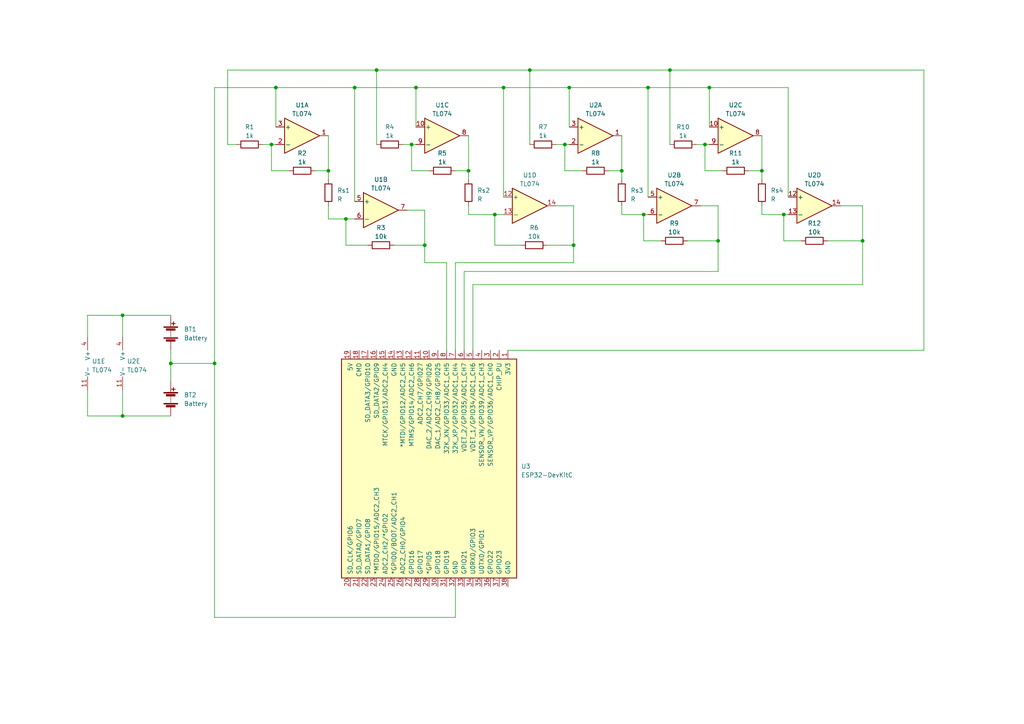
<source format=kicad_sch>
(kicad_sch (version 20230121) (generator eeschema)
  (paper "A4")
  (lib_symbols
    (symbol "Amplifier_Operational:TL074" (pin_names (offset 0.127))
      (property "Reference" "U" (at 0 5.08 0))
      (property "Value" "TL074" (at 0 -5.08 0))
      (symbol "TL074_1_1"
        (polyline (pts (xy -5.08 5.08) (xy 5.08 0) (xy -5.08 -5.08) (xy -5.08 5.08)) (stroke (width 0.254)) (fill (type background)))
        (pin output line (at 7.62 0 180) (length 2.54) (name "~") (number "1"))
        (pin input line (at -7.62 -2.54 0) (length 2.54) (name "-") (number "2"))
        (pin input line (at -7.62 2.54 0) (length 2.54) (name "+") (number "3"))
      )
      (symbol "TL074_2_1"
        (polyline (pts (xy -5.08 5.08) (xy 5.08 0) (xy -5.08 -5.08) (xy -5.08 5.08)) (stroke (width 0.254)) (fill (type background)))
        (pin input line (at -7.62 2.54 0) (length 2.54) (name "+") (number "5"))
        (pin input line (at -7.62 -2.54 0) (length 2.54) (name "-") (number "6"))
        (pin output line (at 7.62 0 180) (length 2.54) (name "~") (number "7"))
      )
      (symbol "TL074_3_1"
        (polyline (pts (xy -5.08 5.08) (xy 5.08 0) (xy -5.08 -5.08) (xy -5.08 5.08)) (stroke (width 0.254)) (fill (type background)))
        (pin input line (at -7.62 2.54 0) (length 2.54) (name "+") (number "10"))
        (pin output line (at 7.62 0 180) (length 2.54) (name "~") (number "8"))
        (pin input line (at -7.62 -2.54 0) (length 2.54) (name "-") (number "9"))
      )
      (symbol "TL074_4_1"
        (polyline (pts (xy -5.08 5.08) (xy 5.08 0) (xy -5.08 -5.08) (xy -5.08 5.08)) (stroke (width 0.254)) (fill (type background)))
        (pin input line (at -7.62 2.54 0) (length 2.54) (name "+") (number "12"))
        (pin input line (at -7.62 -2.54 0) (length 2.54) (name "-") (number "13"))
        (pin output line (at 7.62 0 180) (length 2.54) (name "~") (number "14"))
      )
      (symbol "TL074_5_1"
        (pin power_in line (at -2.54 -7.62 90) (length 3.81) (name "V-") (number "11"))
        (pin power_in line (at -2.54 7.62 270) (length 3.81) (name "V+") (number "4"))
      )
    )
    (symbol "Device:Battery" (pin_numbers hide) (pin_names (offset 0) hide)
      (property "Reference" "BT" (at 2.54 2.54 0))
      (property "Value" "Battery" (at 2.54 0 0))
      (symbol "Battery_0_1"
        (rectangle (start -2.032 -1.397) (end 2.032 -1.651) (fill (type outline)))
        (rectangle (start -2.032 1.778) (end 2.032 1.524) (fill (type outline)))
        (rectangle (start -1.3208 -1.9812) (end 1.27 -2.4892) (fill (type outline)))
        (rectangle (start -1.3208 1.1938) (end 1.27 0.6858) (fill (type outline)))
        (polyline (pts (xy 0 -1.524) (xy 0 -1.27)))
        (polyline (pts (xy 0 -1.016) (xy 0 -0.762)))
        (polyline (pts (xy 0 -0.508) (xy 0 -0.254)))
        (polyline (pts (xy 0 0) (xy 0 0.254)))
        (polyline (pts (xy 0 0.508) (xy 0 0.762)))
        (polyline (pts (xy 0 1.778) (xy 0 2.54)))
        (polyline (pts (xy 0.254 2.667) (xy 1.27 2.667)) (stroke (width 0.254)))
        (polyline (pts (xy 0.762 3.175) (xy 0.762 2.159)) (stroke (width 0.254)))
      )
      (symbol "Battery_1_1"
        (pin passive line (at 0 5.08 270) (length 2.54) (name "+") (number "1"))
        (pin passive line (at 0 -5.08 90) (length 2.54) (name "-") (number "2"))
      )
    )
    (symbol "Device:R" (pin_numbers hide) (pin_names (offset 0))
      (property "Reference" "R" (at 2.032 0 90))
      (property "Value" "R" (at 0 0 90))
      (symbol "R_0_1"
        (rectangle (start -1.016 -2.54) (end 1.016 2.54) (stroke (width 0.254)))
      )
      (symbol "R_1_1"
        (pin passive line (at 0 3.81 270) (length 1.27) (name "~") (number "1"))
        (pin passive line (at 0 -3.81 90) (length 1.27) (name "~") (number "2"))
      )
    )
    (symbol "Espressif:ESP32-DevKitC" (pin_names (offset 1.016))
      (property "Reference" "U" (at -30.48 30.48 0))
      (property "Value" "ESP32-DevKitC" (at -30.48 27.94 0))
      (symbol "ESP32-DevKitC_0_0"
        (pin power_in line (at -33.02 -10.16 0) (length 2.54) (name "GND") (number "14"))
        (pin power_in line (at -33.02 -22.86 0) (length 2.54) (name "5V") (number "19"))
      )
      (symbol "ESP32-DevKitC_0_1"
        (rectangle (start -30.48 25.4) (end 33.02 -25.4) (stroke (width 0.254)) (fill (type background)))
      )
      (symbol "ESP32-DevKitC_1_1"
        (pin power_in line (at -33.02 22.86 0) (length 2.54) (name "3V3") (number "1"))
        (pin bidirectional line (at -33.02 0 0) (length 2.54) (name "DAC_2/ADC2_CH9/GPIO26") (number "10"))
        (pin bidirectional line (at -33.02 -2.54 0) (length 2.54) (name "ADC2_CH7/GPIO27") (number "11"))
        (pin bidirectional line (at -33.02 -5.08 0) (length 2.54) (name "MTMS/GPIO14/ADC2_CH6") (number "12"))
        (pin bidirectional line (at -33.02 -7.62 0) (length 2.54) (name "*MTDI/GPIO12/ADC2_CH5") (number "13"))
        (pin bidirectional line (at -33.02 -12.7 0) (length 2.54) (name "MTCK/GPIO13/ADC2_CH4") (number "15"))
        (pin bidirectional line (at -33.02 -15.24 0) (length 2.54) (name "SD_DATA2/GPIO9") (number "16"))
        (pin bidirectional line (at -33.02 -17.78 0) (length 2.54) (name "SD_DATA3/GPIO10") (number "17"))
        (pin bidirectional line (at -33.02 -20.32 0) (length 2.54) (name "CMD") (number "18"))
        (pin input line (at -33.02 20.32 0) (length 2.54) (name "CHIP_PU") (number "2"))
        (pin bidirectional line (at 35.56 -22.86 180) (length 2.54) (name "SD_CLK/GPIO6") (number "20"))
        (pin bidirectional line (at 35.56 -20.32 180) (length 2.54) (name "SD_DATA0/GPIO7") (number "21"))
        (pin bidirectional line (at 35.56 -17.78 180) (length 2.54) (name "SD_DATA1/GPIO8") (number "22"))
        (pin bidirectional line (at 35.56 -15.24 180) (length 2.54) (name "*MTDO/GPIO15/ADC2_CH3") (number "23"))
        (pin bidirectional line (at 35.56 -12.7 180) (length 2.54) (name "ADC2_CH2/*GPIO2") (number "24"))
        (pin bidirectional line (at 35.56 -10.16 180) (length 2.54) (name "*GPIO0/BOOT/ADC2_CH1") (number "25"))
        (pin bidirectional line (at 35.56 -7.62 180) (length 2.54) (name "ADC2_CH0/GPIO4") (number "26"))
        (pin bidirectional line (at 35.56 -5.08 180) (length 2.54) (name "GPIO16") (number "27"))
        (pin bidirectional line (at 35.56 -2.54 180) (length 2.54) (name "GPIO17") (number "28"))
        (pin bidirectional line (at 35.56 0 180) (length 2.54) (name "*GPIO5") (number "29"))
        (pin input line (at -33.02 17.78 0) (length 2.54) (name "SENSOR_VP/GPIO36/ADC1_CH0") (number "3"))
        (pin bidirectional line (at 35.56 2.54 180) (length 2.54) (name "GPIO18") (number "30"))
        (pin bidirectional line (at 35.56 5.08 180) (length 2.54) (name "GPIO19") (number "31"))
        (pin power_in line (at 35.56 7.62 180) (length 2.54) (name "GND") (number "32"))
        (pin bidirectional line (at 35.56 10.16 180) (length 2.54) (name "GPIO21") (number "33"))
        (pin bidirectional line (at 35.56 12.7 180) (length 2.54) (name "U0RXD/GPIO3") (number "34"))
        (pin bidirectional line (at 35.56 15.24 180) (length 2.54) (name "U0TXD/GPIO1") (number "35"))
        (pin bidirectional line (at 35.56 17.78 180) (length 2.54) (name "GPIO22") (number "36"))
        (pin bidirectional line (at 35.56 20.32 180) (length 2.54) (name "GPIO23") (number "37"))
        (pin power_in line (at 35.56 22.86 180) (length 2.54) (name "GND") (number "38"))
        (pin input line (at -33.02 15.24 0) (length 2.54) (name "SENSOR_VN/GPIO39/ADC1_CH3") (number "4"))
        (pin input line (at -33.02 12.7 0) (length 2.54) (name "VDET_1/GPIO34/ADC1_CH6") (number "5"))
        (pin input line (at -33.02 10.16 0) (length 2.54) (name "VDET_2/GPIO35/ADC1_CH7") (number "6"))
        (pin bidirectional line (at -33.02 7.62 0) (length 2.54) (name "32K_XP/GPIO32/ADC1_CH4") (number "7"))
        (pin bidirectional line (at -33.02 5.08 0) (length 2.54) (name "32K_XN/GPIO33/ADC1_CH5") (number "8"))
        (pin bidirectional line (at -33.02 2.54 0) (length 2.54) (name "DAC_1/ADC2_CH8/GPIO25") (number "9"))
      )
    )
  )
  (junction (at 204.47 41.91))
  (junction (at 123.19 71.12))
  (junction (at 35.56 91.44))
  (junction (at 205.74 25.4))
  (junction (at 227.33 62.23))
  (junction (at 102.87 25.4))
  (junction (at 220.98 49.53))
  (junction (at 135.89 49.53))
  (junction (at 120.65 25.4))
  (junction (at 78.74 41.91))
  (junction (at 208.28 69.85))
  (junction (at 49.53 105.41))
  (junction (at 35.56 120.65))
  (junction (at 250.19 69.85))
  (junction (at 100.33 63.5))
  (junction (at 166.37 71.12))
  (junction (at 153.67 20.32))
  (junction (at 80.01 25.4))
  (junction (at 180.34 49.53))
  (junction (at 194.31 20.32))
  (junction (at 119.38 41.91))
  (junction (at 109.22 20.32))
  (junction (at 95.25 49.53))
  (junction (at 165.1 25.4))
  (junction (at 62.23 105.41))
  (junction (at 186.69 62.23))
  (junction (at 187.96 25.4))
  (junction (at 143.51 62.23))
  (junction (at 146.05 25.4))
  (junction (at 163.83 41.91))
  (wire (pts (xy 134.62 101.6) (xy 134.62 78.74)))
  (wire (pts (xy 102.87 58.42) (xy 102.87 25.4)))
  (wire (pts (xy 227.33 69.85) (xy 227.33 62.23)))
  (wire (pts (xy 35.56 91.44) (xy 25.4 91.44)))
  (wire (pts (xy 165.1 36.83) (xy 165.1 25.4)))
  (wire (pts (xy 166.37 71.12) (xy 166.37 59.69)))
  (wire (pts (xy 204.47 41.91) (xy 205.74 41.91)))
  (wire (pts (xy 83.82 49.53) (xy 78.74 49.53)))
  (wire (pts (xy 116.84 41.91) (xy 119.38 41.91)))
  (wire (pts (xy 91.44 49.53) (xy 95.25 49.53)))
  (wire (pts (xy 62.23 179.07) (xy 62.23 105.41)))
  (wire (pts (xy 250.19 69.85) (xy 250.19 82.55)))
  (wire (pts (xy 119.38 41.91) (xy 120.65 41.91)))
  (wire (pts (xy 102.87 25.4) (xy 120.65 25.4)))
  (wire (pts (xy 250.19 69.85) (xy 250.19 59.69)))
  (wire (pts (xy 80.01 25.4) (xy 80.01 36.83)))
  (wire (pts (xy 168.91 49.53) (xy 163.83 49.53)))
  (wire (pts (xy 132.08 179.07) (xy 62.23 179.07)))
  (wire (pts (xy 220.98 49.53) (xy 220.98 52.07)))
  (wire (pts (xy 76.2 41.91) (xy 78.74 41.91)))
  (wire (pts (xy 166.37 76.2) (xy 166.37 71.12)))
  (wire (pts (xy 158.75 71.12) (xy 166.37 71.12)))
  (wire (pts (xy 186.69 62.23) (xy 187.96 62.23)))
  (wire (pts (xy 205.74 25.4) (xy 187.96 25.4)))
  (wire (pts (xy 95.25 49.53) (xy 95.25 52.07)))
  (wire (pts (xy 199.39 69.85) (xy 208.28 69.85)))
  (wire (pts (xy 66.04 20.32) (xy 66.04 41.91)))
  (wire (pts (xy 132.08 101.6) (xy 132.08 76.2)))
  (wire (pts (xy 100.33 71.12) (xy 100.33 63.5)))
  (wire (pts (xy 166.37 59.69) (xy 161.29 59.69)))
  (wire (pts (xy 137.16 82.55) (xy 250.19 82.55)))
  (wire (pts (xy 120.65 36.83) (xy 120.65 25.4)))
  (wire (pts (xy 137.16 101.6) (xy 137.16 82.55)))
  (wire (pts (xy 267.97 101.6) (xy 267.97 20.32)))
  (wire (pts (xy 132.08 170.18) (xy 132.08 179.07)))
  (wire (pts (xy 49.53 91.44) (xy 35.56 91.44)))
  (wire (pts (xy 208.28 78.74) (xy 208.28 69.85)))
  (wire (pts (xy 62.23 105.41) (xy 49.53 105.41)))
  (wire (pts (xy 194.31 41.91) (xy 194.31 20.32)))
  (wire (pts (xy 123.19 60.96) (xy 123.19 71.12)))
  (wire (pts (xy 201.93 41.91) (xy 204.47 41.91)))
  (wire (pts (xy 35.56 120.65) (xy 35.56 113.03)))
  (wire (pts (xy 106.68 71.12) (xy 100.33 71.12)))
  (wire (pts (xy 62.23 25.4) (xy 80.01 25.4)))
  (wire (pts (xy 194.31 20.32) (xy 153.67 20.32)))
  (wire (pts (xy 25.4 120.65) (xy 35.56 120.65)))
  (wire (pts (xy 35.56 91.44) (xy 35.56 97.79)))
  (wire (pts (xy 25.4 113.03) (xy 25.4 120.65)))
  (wire (pts (xy 95.25 39.37) (xy 95.25 49.53)))
  (wire (pts (xy 123.19 71.12) (xy 114.3 71.12)))
  (wire (pts (xy 124.46 49.53) (xy 119.38 49.53)))
  (wire (pts (xy 62.23 25.4) (xy 62.23 105.41)))
  (wire (pts (xy 25.4 91.44) (xy 25.4 97.79)))
  (wire (pts (xy 204.47 49.53) (xy 204.47 41.91)))
  (wire (pts (xy 163.83 49.53) (xy 163.83 41.91)))
  (wire (pts (xy 228.6 57.15) (xy 228.6 25.4)))
  (wire (pts (xy 153.67 20.32) (xy 109.22 20.32)))
  (wire (pts (xy 205.74 36.83) (xy 205.74 25.4)))
  (wire (pts (xy 68.58 41.91) (xy 66.04 41.91)))
  (wire (pts (xy 165.1 25.4) (xy 146.05 25.4)))
  (wire (pts (xy 120.65 25.4) (xy 146.05 25.4)))
  (wire (pts (xy 132.08 76.2) (xy 166.37 76.2)))
  (wire (pts (xy 49.53 105.41) (xy 49.53 110.49)))
  (wire (pts (xy 146.05 57.15) (xy 146.05 25.4)))
  (wire (pts (xy 143.51 71.12) (xy 143.51 62.23)))
  (wire (pts (xy 78.74 49.53) (xy 78.74 41.91)))
  (wire (pts (xy 208.28 69.85) (xy 208.28 59.69)))
  (wire (pts (xy 227.33 62.23) (xy 220.98 62.23)))
  (wire (pts (xy 109.22 41.91) (xy 109.22 20.32)))
  (wire (pts (xy 186.69 69.85) (xy 186.69 62.23)))
  (wire (pts (xy 228.6 25.4) (xy 205.74 25.4)))
  (wire (pts (xy 180.34 39.37) (xy 180.34 49.53)))
  (wire (pts (xy 220.98 39.37) (xy 220.98 49.53)))
  (wire (pts (xy 250.19 59.69) (xy 243.84 59.69)))
  (wire (pts (xy 135.89 49.53) (xy 135.89 39.37)))
  (wire (pts (xy 49.53 101.6) (xy 49.53 105.41)))
  (wire (pts (xy 208.28 59.69) (xy 203.2 59.69)))
  (wire (pts (xy 187.96 25.4) (xy 165.1 25.4)))
  (wire (pts (xy 95.25 59.69) (xy 95.25 63.5)))
  (wire (pts (xy 228.6 62.23) (xy 227.33 62.23)))
  (wire (pts (xy 132.08 49.53) (xy 135.89 49.53)))
  (wire (pts (xy 123.19 60.96) (xy 118.11 60.96)))
  (wire (pts (xy 146.05 62.23) (xy 143.51 62.23)))
  (wire (pts (xy 187.96 57.15) (xy 187.96 25.4)))
  (wire (pts (xy 151.13 71.12) (xy 143.51 71.12)))
  (wire (pts (xy 135.89 62.23) (xy 135.89 59.69)))
  (wire (pts (xy 220.98 62.23) (xy 220.98 59.69)))
  (wire (pts (xy 49.53 120.65) (xy 35.56 120.65)))
  (wire (pts (xy 163.83 41.91) (xy 165.1 41.91)))
  (wire (pts (xy 209.55 49.53) (xy 204.47 49.53)))
  (wire (pts (xy 147.32 101.6) (xy 267.97 101.6)))
  (wire (pts (xy 143.51 62.23) (xy 135.89 62.23)))
  (wire (pts (xy 153.67 41.91) (xy 153.67 20.32)))
  (wire (pts (xy 135.89 49.53) (xy 135.89 52.07)))
  (wire (pts (xy 191.77 69.85) (xy 186.69 69.85)))
  (wire (pts (xy 129.54 76.2) (xy 123.19 76.2)))
  (wire (pts (xy 267.97 20.32) (xy 194.31 20.32)))
  (wire (pts (xy 80.01 25.4) (xy 102.87 25.4)))
  (wire (pts (xy 129.54 101.6) (xy 129.54 76.2)))
  (wire (pts (xy 180.34 62.23) (xy 186.69 62.23)))
  (wire (pts (xy 95.25 63.5) (xy 100.33 63.5)))
  (wire (pts (xy 100.33 63.5) (xy 102.87 63.5)))
  (wire (pts (xy 232.41 69.85) (xy 227.33 69.85)))
  (wire (pts (xy 123.19 76.2) (xy 123.19 71.12)))
  (wire (pts (xy 119.38 49.53) (xy 119.38 41.91)))
  (wire (pts (xy 180.34 49.53) (xy 180.34 52.07)))
  (wire (pts (xy 180.34 59.69) (xy 180.34 62.23)))
  (wire (pts (xy 134.62 78.74) (xy 208.28 78.74)))
  (wire (pts (xy 220.98 49.53) (xy 217.17 49.53)))
  (wire (pts (xy 161.29 41.91) (xy 163.83 41.91)))
  (wire (pts (xy 66.04 20.32) (xy 109.22 20.32)))
  (wire (pts (xy 240.03 69.85) (xy 250.19 69.85)))
  (wire (pts (xy 78.74 41.91) (xy 80.01 41.91)))
  (wire (pts (xy 180.34 49.53) (xy 176.53 49.53)))
  (symbol (lib_id "Amplifier_Operational:TL074") (at 110.49 60.96 0) (unit 2)
    (property "Reference" "U1" (at 110.49 52.07 0))
    (property "Value" "TL074" (at 110.49 54.61 0))
    (property "Datasheet" "http://www.ti.com/lit/ds/symlink/tl071.pdf" (effects hide))
  )
  (symbol (lib_id "Device:Battery") (at 49.53 115.57 0) (unit 1)
    (property "Reference" "BT2" (at 53.34 114.554 0) (effects (justify left)))
    (property "Value" "Battery" (at 53.34 117.094 0) (effects (justify left)))
  )
  (symbol (lib_id "Device:R") (at 172.72 49.53 90) (unit 1)
    (property "Reference" "R8" (at 172.72 44.45 90))
    (property "Value" "1k" (at 172.72 46.99 90))
  )
  (symbol (lib_id "Device:R") (at 213.36 49.53 90) (unit 1)
    (property "Reference" "R11" (at 213.36 44.45 90))
    (property "Value" "1k" (at 213.36 46.99 90))
  )
  (symbol (lib_id "Device:R") (at 180.34 55.88 180) (unit 1)
    (property "Reference" "Rs3" (at 182.88 55.245 0) (effects (justify right)))
    (property "Value" "R" (at 182.88 57.785 0) (effects (justify right)))
  )
  (symbol (lib_id "Amplifier_Operational:TL074") (at 195.58 59.69 0) (unit 2)
    (property "Reference" "U2" (at 195.58 50.8 0))
    (property "Value" "TL074" (at 195.58 53.34 0))
    (property "Datasheet" "http://www.ti.com/lit/ds/symlink/tl071.pdf" (effects hide))
  )
  (symbol (lib_id "Amplifier_Operational:TL074") (at 38.1 105.41 0) (unit 5)
    (property "Reference" "U2" (at 36.83 104.775 0) (effects (justify left)))
    (property "Value" "TL074" (at 36.83 107.315 0) (effects (justify left)))
    (property "Datasheet" "http://www.ti.com/lit/ds/symlink/tl071.pdf" (effects hide))
  )
  (symbol (lib_id "Device:Battery") (at 49.53 96.52 0) (unit 1)
    (property "Reference" "BT1" (at 53.34 95.504 0) (effects (justify left)))
    (property "Value" "Battery" (at 53.34 98.044 0) (effects (justify left)))
  )
  (symbol (lib_id "Device:R") (at 236.22 69.85 90) (unit 1)
    (property "Reference" "R12" (at 236.22 64.77 90))
    (property "Value" "10k" (at 236.22 67.31 90))
  )
  (symbol (lib_id "Device:R") (at 135.89 55.88 180) (unit 1)
    (property "Reference" "Rs2" (at 138.43 55.245 0) (effects (justify right)))
    (property "Value" "R" (at 138.43 57.785 0) (effects (justify right)))
  )
  (symbol (lib_id "Amplifier_Operational:TL074") (at 172.72 39.37 0) (unit 1)
    (property "Reference" "U2" (at 172.72 30.48 0))
    (property "Value" "TL074" (at 172.72 33.02 0))
    (property "Datasheet" "http://www.ti.com/lit/ds/symlink/tl071.pdf" (effects hide))
  )
  (symbol (lib_id "Device:R") (at 195.58 69.85 90) (unit 1)
    (property "Reference" "R9" (at 195.58 64.77 90))
    (property "Value" "10k" (at 195.58 67.31 90))
  )
  (symbol (lib_id "Amplifier_Operational:TL074") (at 153.67 59.69 0) (unit 4)
    (property "Reference" "U1" (at 153.67 50.8 0))
    (property "Value" "TL074" (at 153.67 53.34 0))
    (property "Datasheet" "http://www.ti.com/lit/ds/symlink/tl071.pdf" (effects hide))
  )
  (symbol (lib_id "Device:R") (at 220.98 55.88 180) (unit 1)
    (property "Reference" "Rs4" (at 223.52 55.245 0) (effects (justify right)))
    (property "Value" "R" (at 223.52 57.785 0) (effects (justify right)))
  )
  (symbol (lib_id "Amplifier_Operational:TL074") (at 87.63 39.37 0) (unit 1)
    (property "Reference" "U1" (at 87.63 30.48 0))
    (property "Value" "TL074" (at 87.63 33.02 0))
    (property "Datasheet" "http://www.ti.com/lit/ds/symlink/tl071.pdf" (effects hide))
  )
  (symbol (lib_id "Amplifier_Operational:TL074") (at 236.22 59.69 0) (unit 4)
    (property "Reference" "U2" (at 236.22 50.8 0))
    (property "Value" "TL074" (at 236.22 53.34 0))
    (property "Datasheet" "http://www.ti.com/lit/ds/symlink/tl071.pdf" (effects hide))
  )
  (symbol (lib_id "Device:R") (at 157.48 41.91 90) (unit 1)
    (property "Reference" "R7" (at 157.48 36.83 90))
    (property "Value" "1k" (at 157.48 39.37 90))
  )
  (symbol (lib_id "Device:R") (at 154.94 71.12 90) (unit 1)
    (property "Reference" "R6" (at 154.94 66.04 90))
    (property "Value" "10k" (at 154.94 68.58 90))
  )
  (symbol (lib_id "Device:R") (at 72.39 41.91 90) (unit 1)
    (property "Reference" "R1" (at 72.39 36.83 90))
    (property "Value" "1k" (at 72.39 39.37 90))
  )
  (symbol (lib_id "Device:R") (at 110.49 71.12 90) (unit 1)
    (property "Reference" "R3" (at 110.49 66.04 90))
    (property "Value" "10k" (at 110.49 68.58 90))
  )
  (symbol (lib_id "Amplifier_Operational:TL074") (at 128.27 39.37 0) (unit 3)
    (property "Reference" "U1" (at 128.27 30.48 0))
    (property "Value" "TL074" (at 128.27 33.02 0))
    (property "Datasheet" "http://www.ti.com/lit/ds/symlink/tl071.pdf" (effects hide))
  )
  (symbol (lib_id "Device:R") (at 128.27 49.53 90) (unit 1)
    (property "Reference" "R5" (at 128.27 44.45 90))
    (property "Value" "1k" (at 128.27 46.99 90))
  )
  (symbol (lib_id "Device:R") (at 198.12 41.91 90) (unit 1)
    (property "Reference" "R10" (at 198.12 36.83 90))
    (property "Value" "1k" (at 198.12 39.37 90))
  )
  (symbol (lib_id "Amplifier_Operational:TL074") (at 213.36 39.37 0) (unit 3)
    (property "Reference" "U2" (at 213.36 30.48 0))
    (property "Value" "TL074" (at 213.36 33.02 0))
    (property "Datasheet" "http://www.ti.com/lit/ds/symlink/tl071.pdf" (effects hide))
  )
  (symbol (lib_id "Espressif:ESP32-DevKitC") (at 124.46 134.62 270) (unit 1)
    (property "Reference" "U3" (at 151.13 135.255 90) (effects (justify left)))
    (property "Value" "ESP32-DevKitC" (at 151.13 137.795 90) (effects (justify left)))
    (property "Footprint" "Espressif:ESP32-DevKitC" (effects hide))
    (property "Datasheet" "https://docs.espressif.com/projects/esp-idf/zh_CN/latest/esp32/hw-reference/esp32/get-started-devkitc.html" (effects hide))
  )
  (symbol (lib_id "Amplifier_Operational:TL074") (at 27.94 105.41 0) (unit 5)
    (property "Reference" "U1" (at 26.67 104.775 0) (effects (justify left)))
    (property "Value" "TL074" (at 26.67 107.315 0) (effects (justify left)))
    (property "Datasheet" "http://www.ti.com/lit/ds/symlink/tl071.pdf" (effects hide))
  )
  (symbol (lib_id "Device:R") (at 87.63 49.53 90) (unit 1)
    (property "Reference" "R2" (at 87.63 44.45 90))
    (property "Value" "1k" (at 87.63 46.99 90))
  )
  (symbol (lib_id "Device:R") (at 95.25 55.88 180) (unit 1)
    (property "Reference" "Rs1" (at 97.79 55.245 0) (effects (justify right)))
    (property "Value" "R" (at 97.79 57.785 0) (effects (justify right)))
  )
  (symbol (lib_id "Device:R") (at 113.03 41.91 90) (unit 1)
    (property "Reference" "R4" (at 113.03 36.83 90))
    (property "Value" "1k" (at 113.03 39.37 90))
  )
)
</source>
